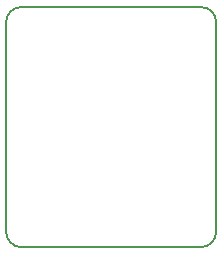
<source format=gbr>
G04 #@! TF.FileFunction,Profile,NP*
%FSLAX46Y46*%
G04 Gerber Fmt 4.6, Leading zero omitted, Abs format (unit mm)*
G04 Created by KiCad (PCBNEW 4.0.7) date Mon Oct  9 23:40:40 2017*
%MOMM*%
%LPD*%
G01*
G04 APERTURE LIST*
%ADD10C,0.100000*%
%ADD11C,0.150000*%
G04 APERTURE END LIST*
D10*
D11*
X139611100Y-113893600D02*
X139611100Y-96113600D01*
X140881100Y-94843600D02*
G75*
G03X139611100Y-96113600I0J-1270000D01*
G01*
X140881100Y-94843600D02*
X156121100Y-94843600D01*
X157391100Y-96113600D02*
G75*
G03X156121100Y-94843600I-1270000J0D01*
G01*
X157391100Y-96113600D02*
X157391100Y-113893600D01*
X156121100Y-115163600D02*
G75*
G03X157391100Y-113893600I0J1270000D01*
G01*
X156121100Y-115163600D02*
X140881100Y-115163600D01*
X139611100Y-113893600D02*
G75*
G03X140881100Y-115163600I1270000J0D01*
G01*
M02*

</source>
